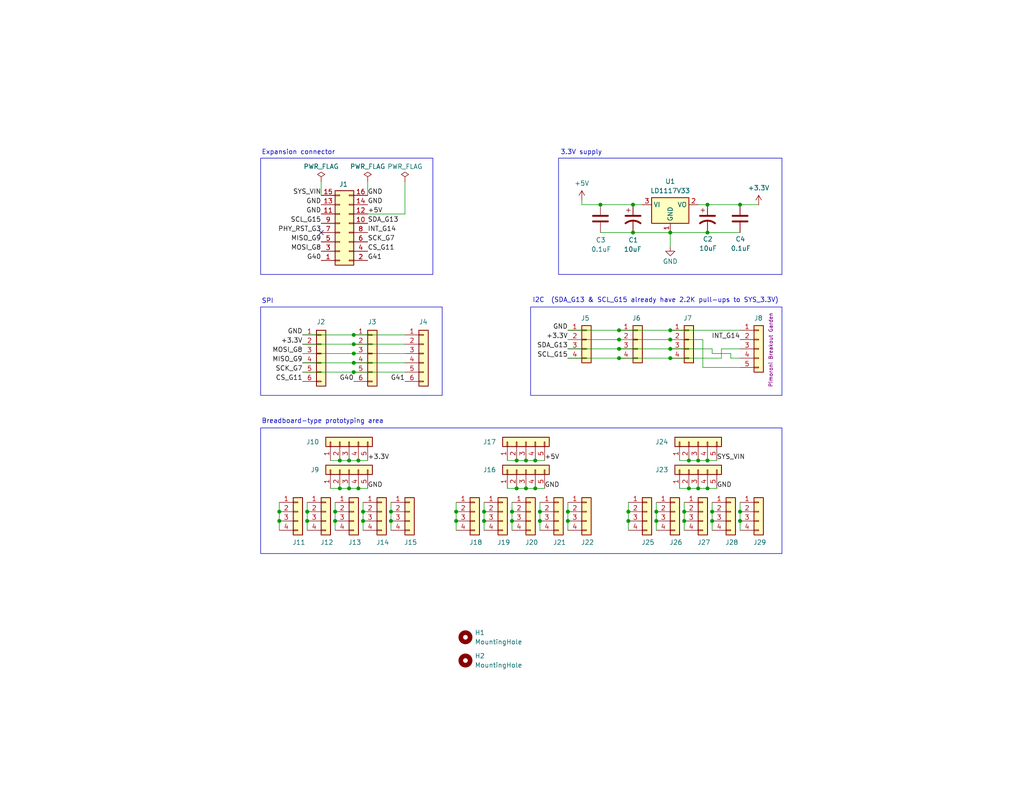
<source format=kicad_sch>
(kicad_sch (version 20250114) (generator "eeschema") (generator_version "9.0")
  (paper "USLetter")
  (title_block (title "${project_name}") (date "2025-08-30") (rev "1") (company "${company_name}"))
  (lib_symbols
    (symbol "Connector_Generic:Conn_01x04" (pin_names (offset 1.016) (hide yes))
      (property "Reference" "J" (at 0 5.08 0))
      (property "Value" "Conn_01x04" (at 0 -7.62 0))
      (symbol "Conn_01x04_1_1"
        (rectangle (start -1.27 3.81) (end 1.27 -6.35) (stroke (width 0.254)) (fill (type background)))
        (rectangle (start -1.27 2.667) (end 0 2.413) (stroke (width 0.1524)))
        (rectangle (start -1.27 0.127) (end 0 -0.127) (stroke (width 0.1524)))
        (rectangle (start -1.27 -2.413) (end 0 -2.667) (stroke (width 0.1524)))
        (rectangle (start -1.27 -4.953) (end 0 -5.207) (stroke (width 0.1524)))
        (pin passive line (at -5.08 2.54 0) (length 3.81) (name "Pin_1") (number "1"))
        (pin passive line (at -5.08 0 0) (length 3.81) (name "Pin_2") (number "2"))
        (pin passive line (at -5.08 -2.54 0) (length 3.81) (name "Pin_3") (number "3"))
        (pin passive line (at -5.08 -5.08 0) (length 3.81) (name "Pin_4") (number "4"))
      )
    )
    (symbol "Connector_Generic:Conn_01x05" (pin_names (offset 1.016) (hide yes))
      (property "Reference" "J" (at 0 7.62 0))
      (property "Value" "Conn_01x05" (at 0 -7.62 0))
      (symbol "Conn_01x05_1_1"
        (rectangle (start -1.27 6.35) (end 1.27 -6.35) (stroke (width 0.254)) (fill (type background)))
        (rectangle (start -1.27 5.207) (end 0 4.953) (stroke (width 0.1524)))
        (rectangle (start -1.27 2.667) (end 0 2.413) (stroke (width 0.1524)))
        (rectangle (start -1.27 0.127) (end 0 -0.127) (stroke (width 0.1524)))
        (rectangle (start -1.27 -2.413) (end 0 -2.667) (stroke (width 0.1524)))
        (rectangle (start -1.27 -4.953) (end 0 -5.207) (stroke (width 0.1524)))
        (pin passive line (at -5.08 5.08 0) (length 3.81) (name "Pin_1") (number "1"))
        (pin passive line (at -5.08 2.54 0) (length 3.81) (name "Pin_2") (number "2"))
        (pin passive line (at -5.08 0 0) (length 3.81) (name "Pin_3") (number "3"))
        (pin passive line (at -5.08 -2.54 0) (length 3.81) (name "Pin_4") (number "4"))
        (pin passive line (at -5.08 -5.08 0) (length 3.81) (name "Pin_5") (number "5"))
      )
    )
    (symbol "Connector_Generic:Conn_01x06" (pin_names (offset 1.016) (hide yes))
      (property "Reference" "J" (at 0 7.62 0))
      (property "Value" "Conn_01x06" (at 0 -10.16 0))
      (symbol "Conn_01x06_1_1"
        (rectangle (start -1.27 6.35) (end 1.27 -8.89) (stroke (width 0.254)) (fill (type background)))
        (rectangle (start -1.27 5.207) (end 0 4.953) (stroke (width 0.1524)))
        (rectangle (start -1.27 2.667) (end 0 2.413) (stroke (width 0.1524)))
        (rectangle (start -1.27 0.127) (end 0 -0.127) (stroke (width 0.1524)))
        (rectangle (start -1.27 -2.413) (end 0 -2.667) (stroke (width 0.1524)))
        (rectangle (start -1.27 -4.953) (end 0 -5.207) (stroke (width 0.1524)))
        (rectangle (start -1.27 -7.493) (end 0 -7.747) (stroke (width 0.1524)))
        (pin passive line (at -5.08 5.08 0) (length 3.81) (name "Pin_1") (number "1"))
        (pin passive line (at -5.08 2.54 0) (length 3.81) (name "Pin_2") (number "2"))
        (pin passive line (at -5.08 0 0) (length 3.81) (name "Pin_3") (number "3"))
        (pin passive line (at -5.08 -2.54 0) (length 3.81) (name "Pin_4") (number "4"))
        (pin passive line (at -5.08 -5.08 0) (length 3.81) (name "Pin_5") (number "5"))
        (pin passive line (at -5.08 -7.62 0) (length 3.81) (name "Pin_6") (number "6"))
      )
    )
    (symbol "Connector_Generic:Conn_02x08_Odd_Even" (pin_names (offset 1.016) (hide yes))
      (property "Reference" "J" (at 1.27 10.16 0))
      (property "Value" "Conn_02x08_Odd_Even" (at 1.27 -12.7 0))
      (symbol "Conn_02x08_Odd_Even_1_1"
        (rectangle (start -1.27 8.89) (end 3.81 -11.43) (stroke (width 0.254)) (fill (type background)))
        (rectangle (start -1.27 7.747) (end 0 7.493) (stroke (width 0.1524)))
        (rectangle (start -1.27 5.207) (end 0 4.953) (stroke (width 0.1524)))
        (rectangle (start -1.27 2.667) (end 0 2.413) (stroke (width 0.1524)))
        (rectangle (start -1.27 0.127) (end 0 -0.127) (stroke (width 0.1524)))
        (rectangle (start -1.27 -2.413) (end 0 -2.667) (stroke (width 0.1524)))
        (rectangle (start -1.27 -4.953) (end 0 -5.207) (stroke (width 0.1524)))
        (rectangle (start -1.27 -7.493) (end 0 -7.747) (stroke (width 0.1524)))
        (rectangle (start -1.27 -10.033) (end 0 -10.287) (stroke (width 0.1524)))
        (rectangle (start 3.81 7.747) (end 2.54 7.493) (stroke (width 0.1524)))
        (rectangle (start 3.81 5.207) (end 2.54 4.953) (stroke (width 0.1524)))
        (rectangle (start 3.81 2.667) (end 2.54 2.413) (stroke (width 0.1524)))
        (rectangle (start 3.81 0.127) (end 2.54 -0.127) (stroke (width 0.1524)))
        (rectangle (start 3.81 -2.413) (end 2.54 -2.667) (stroke (width 0.1524)))
        (rectangle (start 3.81 -4.953) (end 2.54 -5.207) (stroke (width 0.1524)))
        (rectangle (start 3.81 -7.493) (end 2.54 -7.747) (stroke (width 0.1524)))
        (rectangle (start 3.81 -10.033) (end 2.54 -10.287) (stroke (width 0.1524)))
        (pin passive line (at -5.08 7.62 0) (length 3.81) (name "Pin_1") (number "1"))
        (pin passive line (at -5.08 5.08 0) (length 3.81) (name "Pin_3") (number "3"))
        (pin passive line (at -5.08 2.54 0) (length 3.81) (name "Pin_5") (number "5"))
        (pin passive line (at -5.08 0 0) (length 3.81) (name "Pin_7") (number "7"))
        (pin passive line (at -5.08 -2.54 0) (length 3.81) (name "Pin_9") (number "9"))
        (pin passive line (at -5.08 -5.08 0) (length 3.81) (name "Pin_11") (number "11"))
        (pin passive line (at -5.08 -7.62 0) (length 3.81) (name "Pin_13") (number "13"))
        (pin passive line (at -5.08 -10.16 0) (length 3.81) (name "Pin_15") (number "15"))
        (pin passive line (at 7.62 7.62 180) (length 3.81) (name "Pin_2") (number "2"))
        (pin passive line (at 7.62 5.08 180) (length 3.81) (name "Pin_4") (number "4"))
        (pin passive line (at 7.62 2.54 180) (length 3.81) (name "Pin_6") (number "6"))
        (pin passive line (at 7.62 0 180) (length 3.81) (name "Pin_8") (number "8"))
        (pin passive line (at 7.62 -2.54 180) (length 3.81) (name "Pin_10") (number "10"))
        (pin passive line (at 7.62 -5.08 180) (length 3.81) (name "Pin_12") (number "12"))
        (pin passive line (at 7.62 -7.62 180) (length 3.81) (name "Pin_14") (number "14"))
        (pin passive line (at 7.62 -10.16 180) (length 3.81) (name "Pin_16") (number "16"))
      )
    )
    (symbol "Device:C" (pin_numbers (hide yes)) (pin_names (offset 0.254))
      (property "Reference" "C" (at 0.635 2.54 0))
      (property "Value" "C" (at 0.635 -2.54 0))
      (symbol "C_0_1"
        (polyline (pts (xy -2.032 0.762) (xy 2.032 0.762)) (stroke (width 0.508)))
        (polyline (pts (xy -2.032 -0.762) (xy 2.032 -0.762)) (stroke (width 0.508)))
      )
      (symbol "C_1_1"
        (pin passive line (at 0 3.81 270) (length 2.794) (name "~") (number "1"))
        (pin passive line (at 0 -3.81 90) (length 2.794) (name "~") (number "2"))
      )
    )
    (symbol "Device:C_Polarized_US" (pin_numbers (hide yes)) (pin_names (offset 0.254) (hide yes))
      (property "Reference" "C" (at 0.635 2.54 0))
      (property "Value" "C_Polarized_US" (at 0.635 -2.54 0))
      (symbol "C_Polarized_US_0_1"
        (polyline (pts (xy -2.032 0.762) (xy 2.032 0.762)) (stroke (width 0.508)))
        (polyline (pts (xy -1.778 2.286) (xy -0.762 2.286)))
        (polyline (pts (xy -1.27 1.778) (xy -1.27 2.794)))
        (arc (start -2.032 -1.27) (mid 0 -0.5572) (end 2.032 -1.27) (stroke (width 0.508)))
      )
      (symbol "C_Polarized_US_1_1"
        (pin passive line (at 0 3.81 270) (length 2.794) (name "~") (number "1"))
        (pin passive line (at 0 -3.81 90) (length 3.302) (name "~") (number "2"))
      )
    )
    (symbol "Mechanical:MountingHole" (pin_names (offset 1.016)) (in_bom no)
      (property "Reference" "H" (at 0 5.08 0))
      (property "Value" "MountingHole" (at 0 3.175 0))
      (symbol "MountingHole_0_1"
        (circle (center 0 0) (radius 1.27) (stroke (width 1.27)))
      )
    )
    (symbol "Regulator_Linear:LD1117V33"
      (property "Reference" "U" (at -3.81 3.175 0))
      (property "Value" "LD1117V33" (at 0 3.175 0))
      (symbol "LD1117V33_0_1"
        (rectangle (start -5.08 -5.08) (end 5.08 1.905) (stroke (width 0.254)) (fill (type background)))
      )
      (symbol "LD1117V33_1_1"
        (pin power_in line (at -7.62 0 0) (length 2.54) (name "VI") (number "3"))
        (pin power_in line (at 0 -7.62 90) (length 2.54) (name "GND") (number "1"))
        (pin power_out line (at 7.62 0 180) (length 2.54) (name "VO") (number "2"))
      )
    )
    (symbol "power:+3.3V" (power) (pin_numbers (hide yes)) (pin_names (offset 0) (hide yes))
      (property "Value" "+3.3V" (at 0 3.556 0))
      (symbol "+3.3V_0_1"
        (polyline (pts (xy -0.762 1.27) (xy 0 2.54)))
        (polyline (pts (xy 0 2.54) (xy 0.762 1.27)))
        (polyline (pts (xy 0 0) (xy 0 2.54)))
      )
      (symbol "+3.3V_1_1"
        (pin power_in line (at 0 0 90) (length 0) (name "~") (number "1"))
      )
    )
    (symbol "power:+5V" (power) (pin_numbers (hide yes)) (pin_names (offset 0) (hide yes))
      (property "Value" "+5V" (at 0 3.556 0))
      (symbol "+5V_0_1"
        (polyline (pts (xy -0.762 1.27) (xy 0 2.54)))
        (polyline (pts (xy 0 2.54) (xy 0.762 1.27)))
        (polyline (pts (xy 0 0) (xy 0 2.54)))
      )
      (symbol "+5V_1_1"
        (pin power_in line (at 0 0 90) (length 0) (name "~") (number "1"))
      )
    )
    (symbol "power:GND" (power) (pin_numbers (hide yes)) (pin_names (offset 0) (hide yes))
      (property "Value" "GND" (at 0 -3.81 0))
      (symbol "GND_0_1"
        (polyline (pts (xy 0 0) (xy 0 -1.27) (xy 1.27 -1.27) (xy 0 -2.54) (xy -1.27 -1.27) (xy 0 -1.27)))
      )
      (symbol "GND_1_1"
        (pin power_in line (at 0 0 270) (length 0) (name "~") (number "1"))
      )
    )
    (symbol "power:PWR_FLAG" (power) (pin_numbers (hide yes)) (pin_names (offset 0) (hide yes))
      (property "Value" "PWR_FLAG" (at 0 3.81 0))
      (symbol "PWR_FLAG_0_0"
        (pin power_out line (at 0 0 90) (length 0) (name "~") (number "1"))
      )
      (symbol "PWR_FLAG_0_1"
        (polyline (pts (xy 0 0) (xy 0 1.27) (xy -1.016 1.905) (xy 0 2.54) (xy 1.016 1.905) (xy 0 1.27)))
      )
    )
  )
  (rectangle (start 144.78 83.82) (end 213.36 107.95))
  (rectangle (start 71.12 43.18) (end 118.11 74.93))
  (rectangle (start 71.12 116.84) (end 213.36 151.13))
  (rectangle (start 152.4 43.18) (end 213.36 74.93))
  (rectangle (start 71.12 83.82) (end 120.65 107.95))
  (text "Breadboard-type prototyping area" (at 71.374 115.062 0) (effects (font (size 1.27 1.27)) (justify left)))
  (text "3.3V supply" (at 152.908 41.656 0) (effects (font (size 1.27 1.27)) (justify left)))
  (text "Expansion connector" (at 71.374 41.656 0) (effects (font (size 1.27 1.27)) (justify left)))
  (text "I2C  (SDA_G13 & SCL_G15 already have 2.2K pull-ups to SYS_3.3V)" (at 145.288 82.042 0) (effects (font (size 1.27 1.27)) (justify left)))
  (text "SPI" (at 71.374 82.296 0) (effects (font (size 1.27 1.27)) (justify left)))
  (junction (at 163.83 55.88))
  (junction (at 132.08 139.7))
  (junction (at 182.88 90.17))
  (junction (at 139.7 142.24))
  (junction (at 139.7 139.7))
  (junction (at 154.94 142.24))
  (junction (at 172.72 55.88))
  (junction (at 168.91 95.25))
  (junction (at 96.52 96.52))
  (junction (at 92.71 133.35))
  (junction (at 76.2 142.24))
  (junction (at 124.46 142.24))
  (junction (at 193.04 55.88))
  (junction (at 179.07 139.7))
  (junction (at 171.45 139.7))
  (junction (at 168.91 92.71))
  (junction (at 96.52 101.6))
  (junction (at 97.79 133.35))
  (junction (at 91.44 139.7))
  (junction (at 76.2 139.7))
  (junction (at 187.96 133.35))
  (junction (at 201.93 142.24))
  (junction (at 168.91 97.79))
  (junction (at 190.5 125.73))
  (junction (at 186.69 142.24))
  (junction (at 168.91 90.17))
  (junction (at 146.05 133.35))
  (junction (at 193.04 125.73))
  (junction (at 106.68 142.24))
  (junction (at 171.45 142.24))
  (junction (at 99.06 142.24))
  (junction (at 140.97 125.73))
  (junction (at 143.51 133.35))
  (junction (at 83.82 139.7))
  (junction (at 187.96 125.73))
  (junction (at 106.68 139.7))
  (junction (at 147.32 142.24))
  (junction (at 83.82 142.24))
  (junction (at 95.25 125.73))
  (junction (at 172.72 63.5))
  (junction (at 182.88 97.79))
  (junction (at 146.05 125.73))
  (junction (at 201.93 139.7))
  (junction (at 97.79 125.73))
  (junction (at 154.94 139.7))
  (junction (at 124.46 139.7))
  (junction (at 92.71 125.73))
  (junction (at 194.31 139.7))
  (junction (at 182.88 92.71))
  (junction (at 201.93 55.88))
  (junction (at 182.88 63.5))
  (junction (at 140.97 133.35))
  (junction (at 91.44 142.24))
  (junction (at 193.04 63.5))
  (junction (at 186.69 139.7))
  (junction (at 194.31 142.24))
  (junction (at 96.52 93.98))
  (junction (at 179.07 142.24))
  (junction (at 182.88 95.25))
  (junction (at 95.25 133.35))
  (junction (at 147.32 139.7))
  (junction (at 99.06 139.7))
  (junction (at 132.08 142.24))
  (junction (at 96.52 99.06))
  (junction (at 193.04 133.35))
  (junction (at 190.5 133.35))
  (junction (at 96.52 91.44))
  (junction (at 143.51 125.73))
  (no_connect (at 87.63 63.5))
  (wire (pts (xy 95.25 125.73) (xy 97.79 125.73)))
  (wire (pts (xy 201.93 97.79) (xy 199.39 97.79)))
  (wire (pts (xy 168.91 90.17) (xy 182.88 90.17)))
  (wire (pts (xy 92.71 133.35) (xy 95.25 133.35)))
  (wire (pts (xy 96.52 91.44) (xy 110.49 91.44)))
  (wire (pts (xy 82.55 91.44) (xy 96.52 91.44)))
  (wire (pts (xy 191.77 92.71) (xy 182.88 92.71)))
  (wire (pts (xy 99.06 139.7) (xy 99.06 142.24)))
  (wire (pts (xy 199.39 97.79) (xy 199.39 96.52)))
  (wire (pts (xy 154.94 95.25) (xy 168.91 95.25)))
  (wire (pts (xy 191.77 100.33) (xy 201.93 100.33)))
  (wire (pts (xy 171.45 137.16) (xy 171.45 139.7)))
  (wire (pts (xy 179.07 142.24) (xy 179.07 144.78)))
  (wire (pts (xy 91.44 142.24) (xy 91.44 144.78)))
  (wire (pts (xy 110.49 49.53) (xy 110.49 58.42)))
  (wire (pts (xy 124.46 142.24) (xy 124.46 144.78)))
  (wire (pts (xy 139.7 137.16) (xy 139.7 139.7)))
  (wire (pts (xy 92.71 125.73) (xy 95.25 125.73)))
  (wire (pts (xy 171.45 142.24) (xy 171.45 144.78)))
  (wire (pts (xy 90.17 133.35) (xy 92.71 133.35)))
  (wire (pts (xy 190.5 55.88) (xy 193.04 55.88)))
  (wire (pts (xy 82.55 96.52) (xy 96.52 96.52)))
  (wire (pts (xy 199.39 96.52) (xy 194.31 96.52)))
  (wire (pts (xy 171.45 139.7) (xy 171.45 142.24)))
  (wire (pts (xy 193.04 63.5) (xy 201.93 63.5)))
  (wire (pts (xy 76.2 139.7) (xy 76.2 142.24)))
  (wire (pts (xy 185.42 133.35) (xy 187.96 133.35)))
  (wire (pts (xy 201.93 95.25) (xy 196.85 95.25)))
  (wire (pts (xy 96.52 101.6) (xy 110.49 101.6)))
  (wire (pts (xy 96.52 99.06) (xy 110.49 99.06)))
  (wire (pts (xy 97.79 133.35) (xy 100.33 133.35)))
  (wire (pts (xy 147.32 137.16) (xy 147.32 139.7)))
  (wire (pts (xy 186.69 137.16) (xy 186.69 139.7)))
  (wire (pts (xy 106.68 137.16) (xy 106.68 139.7)))
  (wire (pts (xy 99.06 142.24) (xy 99.06 144.78)))
  (wire (pts (xy 193.04 133.35) (xy 195.58 133.35)))
  (wire (pts (xy 191.77 100.33) (xy 191.77 92.71)))
  (wire (pts (xy 97.79 125.73) (xy 100.33 125.73)))
  (wire (pts (xy 154.94 90.17) (xy 168.91 90.17)))
  (wire (pts (xy 182.88 63.5) (xy 193.04 63.5)))
  (wire (pts (xy 154.94 142.24) (xy 154.94 144.78)))
  (wire (pts (xy 139.7 142.24) (xy 139.7 144.78)))
  (wire (pts (xy 140.97 125.73) (xy 143.51 125.73)))
  (wire (pts (xy 124.46 139.7) (xy 124.46 142.24)))
  (wire (pts (xy 83.82 137.16) (xy 83.82 139.7)))
  (wire (pts (xy 193.04 55.88) (xy 201.93 55.88)))
  (wire (pts (xy 190.5 125.73) (xy 193.04 125.73)))
  (wire (pts (xy 82.55 99.06) (xy 96.52 99.06)))
  (wire (pts (xy 179.07 137.16) (xy 179.07 139.7)))
  (wire (pts (xy 96.52 96.52) (xy 110.49 96.52)))
  (wire (pts (xy 140.97 133.35) (xy 143.51 133.35)))
  (wire (pts (xy 83.82 142.24) (xy 83.82 144.78)))
  (wire (pts (xy 182.88 67.31) (xy 182.88 63.5)))
  (wire (pts (xy 179.07 139.7) (xy 179.07 142.24)))
  (wire (pts (xy 146.05 125.73) (xy 148.59 125.73)))
  (wire (pts (xy 154.94 97.79) (xy 168.91 97.79)))
  (wire (pts (xy 187.96 133.35) (xy 190.5 133.35)))
  (wire (pts (xy 182.88 95.25) (xy 194.31 95.25)))
  (wire (pts (xy 154.94 137.16) (xy 154.94 139.7)))
  (wire (pts (xy 82.55 93.98) (xy 96.52 93.98)))
  (wire (pts (xy 132.08 139.7) (xy 132.08 142.24)))
  (wire (pts (xy 196.85 97.79) (xy 182.88 97.79)))
  (wire (pts (xy 154.94 92.71) (xy 168.91 92.71)))
  (wire (pts (xy 194.31 137.16) (xy 194.31 139.7)))
  (wire (pts (xy 95.25 133.35) (xy 97.79 133.35)))
  (wire (pts (xy 172.72 63.5) (xy 182.88 63.5)))
  (wire (pts (xy 190.5 133.35) (xy 193.04 133.35)))
  (wire (pts (xy 158.75 54.61) (xy 158.75 55.88)))
  (wire (pts (xy 106.68 142.24) (xy 106.68 144.78)))
  (wire (pts (xy 201.93 55.88) (xy 207.01 55.88)))
  (wire (pts (xy 168.91 97.79) (xy 182.88 97.79)))
  (wire (pts (xy 143.51 133.35) (xy 146.05 133.35)))
  (wire (pts (xy 196.85 95.25) (xy 196.85 97.79)))
  (wire (pts (xy 87.63 49.53) (xy 87.63 53.34)))
  (wire (pts (xy 147.32 139.7) (xy 147.32 142.24)))
  (wire (pts (xy 201.93 137.16) (xy 201.93 139.7)))
  (wire (pts (xy 186.69 142.24) (xy 186.69 144.78)))
  (wire (pts (xy 138.43 125.73) (xy 140.97 125.73)))
  (wire (pts (xy 194.31 96.52) (xy 194.31 95.25)))
  (wire (pts (xy 201.93 139.7) (xy 201.93 142.24)))
  (wire (pts (xy 100.33 58.42) (xy 110.49 58.42)))
  (wire (pts (xy 82.55 101.6) (xy 96.52 101.6)))
  (wire (pts (xy 194.31 139.7) (xy 194.31 142.24)))
  (wire (pts (xy 186.69 139.7) (xy 186.69 142.24)))
  (wire (pts (xy 158.75 55.88) (xy 163.83 55.88)))
  (wire (pts (xy 76.2 137.16) (xy 76.2 139.7)))
  (wire (pts (xy 172.72 55.88) (xy 175.26 55.88)))
  (wire (pts (xy 132.08 137.16) (xy 132.08 139.7)))
  (wire (pts (xy 201.93 142.24) (xy 201.93 144.78)))
  (wire (pts (xy 146.05 133.35) (xy 148.59 133.35)))
  (wire (pts (xy 132.08 142.24) (xy 132.08 144.78)))
  (wire (pts (xy 194.31 142.24) (xy 194.31 144.78)))
  (wire (pts (xy 163.83 63.5) (xy 172.72 63.5)))
  (wire (pts (xy 106.68 139.7) (xy 106.68 142.24)))
  (wire (pts (xy 154.94 139.7) (xy 154.94 142.24)))
  (wire (pts (xy 168.91 92.71) (xy 182.88 92.71)))
  (wire (pts (xy 124.46 137.16) (xy 124.46 139.7)))
  (wire (pts (xy 76.2 142.24) (xy 76.2 144.78)))
  (wire (pts (xy 168.91 95.25) (xy 182.88 95.25)))
  (wire (pts (xy 143.51 125.73) (xy 146.05 125.73)))
  (wire (pts (xy 182.88 90.17) (xy 201.93 90.17)))
  (wire (pts (xy 96.52 93.98) (xy 110.49 93.98)))
  (wire (pts (xy 185.42 125.73) (xy 187.96 125.73)))
  (wire (pts (xy 91.44 137.16) (xy 91.44 139.7)))
  (wire (pts (xy 99.06 137.16) (xy 99.06 139.7)))
  (wire (pts (xy 187.96 125.73) (xy 190.5 125.73)))
  (wire (pts (xy 90.17 125.73) (xy 92.71 125.73)))
  (wire (pts (xy 91.44 139.7) (xy 91.44 142.24)))
  (wire (pts (xy 193.04 125.73) (xy 195.58 125.73)))
  (wire (pts (xy 100.33 49.53) (xy 100.33 53.34)))
  (wire (pts (xy 138.43 133.35) (xy 140.97 133.35)))
  (wire (pts (xy 163.83 55.88) (xy 172.72 55.88)))
  (wire (pts (xy 139.7 139.7) (xy 139.7 142.24)))
  (wire (pts (xy 147.32 142.24) (xy 147.32 144.78)))
  (wire (pts (xy 83.82 139.7) (xy 83.82 142.24)))
  (label "+3.3V" (at 82.55 93.98 180))
  (label "SYS_VIN" (at 195.58 125.73 0))
  (label "G41" (at 100.33 71.12 0))
  (label "GND" (at 100.33 53.34 0))
  (label "GND" (at 87.63 58.42 180))
  (label "SYS_VIN" (at 87.63 53.34 180))
  (label "G41" (at 110.49 104.14 180))
  (label "GND" (at 100.33 133.35 0))
  (label "MOSI_G8" (at 82.55 96.52 180))
  (label "G40" (at 96.52 104.14 180))
  (label "PHY_RST_G3" (at 87.63 63.5 180))
  (label "SCL_G15" (at 154.94 97.79 180))
  (label "GND" (at 87.63 55.88 180))
  (label "+5V" (at 100.33 58.42 0))
  (label "GND" (at 154.94 90.17 180))
  (label "GND" (at 82.55 91.44 180))
  (label "GND" (at 148.59 133.35 0))
  (label "GND" (at 100.33 55.88 0))
  (label "+5V" (at 148.59 125.73 0))
  (label "SCL_G15" (at 87.63 60.96 180))
  (label "CS_G11" (at 82.55 104.14 180))
  (label "MISO_G9" (at 87.63 66.04 180))
  (label "INT_G14" (at 100.33 63.5 0))
  (label "+3.3V" (at 100.33 125.73 0))
  (label "SDA_G13" (at 100.33 60.96 0))
  (label "SDA_G13" (at 154.94 95.25 180))
  (label "SCK_G7" (at 100.33 66.04 0))
  (label "INT_G14" (at 201.93 92.71 180))
  (label "SCK_G7" (at 82.55 101.6 180))
  (label "G40" (at 87.63 71.12 180))
  (label "MISO_G9" (at 82.55 99.06 180))
  (label "GND" (at 195.58 133.35 0))
  (label "+3.3V" (at 154.94 92.71 180))
  (label "MOSI_G8" (at 87.63 68.58 180))
  (label "CS_G11" (at 100.33 68.58 0))
  (symbol (lib_id "Connector_Generic:Conn_01x04") (at 144.78 139.7 0) (unit 1)
    (property "Reference" "J20" (at 143.256 148.082 0) (effects (justify left)))
    (property "Value" "Conn_01x04" (effects (hide yes)))
    (property "Footprint" "project_footprints:PinSocket_1x04_P2.54mm_Vertical_for_breadboard" (effects (hide yes)))
    (property "Description" "Generic connector, single row, 01x04, script generated (kicad-library-utils/schlib/autogen/connector/)" (effects (hide yes)))
  )
  (symbol (lib_id "Connector_Generic:Conn_01x05") (at 143.51 120.65 90) (unit 1)
    (property "Reference" "J17" (at 135.382 120.65 90) (effects (justify left)))
    (property "Value" "Conn_01x05" (effects (hide yes)))
    (property "Footprint" "project_footprints:PinSocket_1x05_P2.54mm_Vertical_for_breadboard" (effects (hide yes)))
  )
  (symbol (lib_id "Connector_Generic:Conn_01x04") (at 184.15 139.7 0) (unit 1)
    (property "Reference" "J26" (at 182.626 148.082 0) (effects (justify left)))
    (property "Value" "Conn_01x04" (effects (hide yes)))
    (property "Footprint" "project_footprints:PinSocket_1x04_P2.54mm_Vertical_for_breadboard" (effects (hide yes)))
    (property "Description" "Generic connector, single row, 01x04, script generated (kicad-library-utils/schlib/autogen/connector/)" (effects (hide yes)))
  )
  (symbol (lib_id "Connector_Generic:Conn_01x06") (at 115.57 96.52 0) (unit 1)
    (property "Reference" "J4" (at 114.3 87.884 0) (effects (justify left)))
    (property "Value" "Conn_01x06" (effects (hide yes)))
    (property "Footprint" "Connector_PinSocket_2.54mm:PinSocket_1x06_P2.54mm_Vertical" (effects (hide yes)))
    (property "Description" "Generic connector, single row, 01x06, script generated (kicad-library-utils/schlib/autogen/connector/)" (effects (hide yes)))
  )
  (symbol (lib_id "power:GND") (at 182.88 67.31 0) (unit 1)
    (property "Reference" "#PWR01" (effects (hide yes)))
    (property "Value" "GND" (at 182.88 71.374 0))
    (property "Description" "Power symbol creates a global label with name \"GND\" , ground" (effects (hide yes)))
  )
  (symbol (lib_id "Device:C") (at 201.93 59.69 0) (unit 1)
    (property "Reference" "C4" (at 200.66 65.278 0) (effects (justify left)))
    (property "Value" "0.1uF" (at 199.39 67.818 0) (effects (justify left)))
    (property "Footprint" "Capacitor_THT:C_Disc_D5.0mm_W2.5mm_P5.00mm" (effects (hide yes)))
    (property "Description" "Unpolarized capacitor" (effects (hide yes)))
  )
  (symbol (lib_id "Connector_Generic:Conn_01x04") (at 160.02 139.7 0) (unit 1)
    (property "Reference" "J22" (at 158.496 148.082 0) (effects (justify left)))
    (property "Value" "Conn_01x04" (effects (hide yes)))
    (property "Footprint" "project_footprints:PinSocket_1x04_P2.54mm_Vertical_for_breadboard" (effects (hide yes)))
    (property "Description" "Generic connector, single row, 01x04, script generated (kicad-library-utils/schlib/autogen/connector/)" (effects (hide yes)))
  )
  (symbol (lib_id "power:PWR_FLAG") (at 110.49 49.53 0) (unit 1)
    (property "Reference" "#FLG02" (effects (hide yes)))
    (property "Value" "PWR_FLAG" (at 110.49 45.466 0))
    (property "Description" "Special symbol for telling ERC where power comes from" (effects (hide yes)))
  )
  (symbol (lib_id "Connector_Generic:Conn_01x05") (at 95.25 120.65 90) (unit 1)
    (property "Reference" "J10" (at 87.122 120.65 90) (effects (justify left)))
    (property "Value" "Conn_01x05" (effects (hide yes)))
    (property "Footprint" "project_footprints:PinSocket_1x05_P2.54mm_Vertical_for_breadboard" (effects (hide yes)))
  )
  (symbol (lib_id "Connector_Generic:Conn_01x04") (at 96.52 139.7 0) (unit 1)
    (property "Reference" "J13" (at 94.996 148.082 0) (effects (justify left)))
    (property "Value" "Conn_01x04" (effects (hide yes)))
    (property "Footprint" "project_footprints:PinSocket_1x04_P2.54mm_Vertical_for_breadboard" (effects (hide yes)))
    (property "Description" "Generic connector, single row, 01x04, script generated (kicad-library-utils/schlib/autogen/connector/)" (effects (hide yes)))
  )
  (symbol (lib_id "Connector_Generic:Conn_01x05") (at 190.5 120.65 90) (unit 1)
    (property "Reference" "J24" (at 182.372 120.65 90) (effects (justify left)))
    (property "Value" "Conn_01x05" (effects (hide yes)))
    (property "Footprint" "project_footprints:PinSocket_1x05_P2.54mm_Vertical_for_breadboard" (effects (hide yes)))
  )
  (symbol (lib_id "Connector_Generic:Conn_01x04") (at 137.16 139.7 0) (unit 1)
    (property "Reference" "J19" (at 135.636 148.082 0) (effects (justify left)))
    (property "Value" "Conn_01x04" (effects (hide yes)))
    (property "Footprint" "project_footprints:PinSocket_1x04_P2.54mm_Vertical_for_breadboard" (effects (hide yes)))
    (property "Description" "Generic connector, single row, 01x04, script generated (kicad-library-utils/schlib/autogen/connector/)" (effects (hide yes)))
  )
  (symbol (lib_id "Device:C_Polarized_US") (at 193.04 59.69 0) (unit 1)
    (property "Reference" "C2" (at 191.77 65.278 0) (effects (justify left)))
    (property "Value" "10uF" (at 190.754 67.818 0) (effects (justify left)))
    (property "Footprint" "Capacitor_THT:CP_Radial_D6.3mm_P2.50mm" (effects (hide yes)))
    (property "Description" "Polarized capacitor, US symbol" (effects (hide yes)))
  )
  (symbol (lib_id "Connector_Generic:Conn_01x06") (at 87.63 96.52 0) (unit 1)
    (property "Reference" "J2" (at 86.36 87.884 0) (effects (justify left)))
    (property "Value" "Conn_01x06" (effects (hide yes)))
    (property "Footprint" "Connector_PinSocket_2.54mm:PinSocket_1x06_P2.54mm_Vertical" (effects (hide yes)))
    (property "Description" "Generic connector, single row, 01x06, script generated (kicad-library-utils/schlib/autogen/connector/)" (effects (hide yes)))
  )
  (symbol (lib_id "Connector_Generic:Conn_01x04") (at 160.02 92.71 0) (unit 1)
    (property "Reference" "J5" (at 158.496 86.868 0) (effects (justify left)))
    (property "Value" "Conn_01x04" (effects (hide yes)))
    (property "Footprint" "Connector_PinSocket_2.54mm:PinSocket_1x04_P2.54mm_Vertical" (effects (hide yes)))
    (property "Description" "Generic connector, single row, 01x04, script generated (kicad-library-utils/schlib/autogen/connector/)" (effects (hide yes)))
  )
  (symbol (lib_id "power:PWR_FLAG") (at 87.63 49.53 0) (unit 1)
    (property "Reference" "#FLG01" (effects (hide yes)))
    (property "Value" "PWR_FLAG" (at 87.63 45.466 0))
    (property "Description" "Special symbol for telling ERC where power comes from" (effects (hide yes)))
  )
  (symbol (lib_id "Connector_Generic:Conn_01x04") (at 187.96 92.71 0) (unit 1)
    (property "Reference" "J7" (at 186.436 86.868 0) (effects (justify left)))
    (property "Value" "Conn_01x04" (effects (hide yes)))
    (property "Footprint" "Connector_PinSocket_2.54mm:PinSocket_1x04_P2.54mm_Vertical" (effects (hide yes)))
    (property "Description" "Generic connector, single row, 01x04, script generated (kicad-library-utils/schlib/autogen/connector/)" (effects (hide yes)))
  )
  (symbol (lib_id "Connector_Generic:Conn_01x04") (at 199.39 139.7 0) (unit 1)
    (property "Reference" "J28" (at 197.866 148.082 0) (effects (justify left)))
    (property "Value" "Conn_01x04" (effects (hide yes)))
    (property "Footprint" "project_footprints:PinSocket_1x04_P2.54mm_Vertical_for_breadboard" (effects (hide yes)))
    (property "Description" "Generic connector, single row, 01x04, script generated (kicad-library-utils/schlib/autogen/connector/)" (effects (hide yes)))
  )
  (symbol (lib_id "power:PWR_FLAG") (at 100.33 49.53 0) (unit 1)
    (property "Reference" "#FLG03" (effects (hide yes)))
    (property "Value" "PWR_FLAG" (at 100.33 45.466 0))
    (property "Description" "Special symbol for telling ERC where power comes from" (effects (hide yes)))
  )
  (symbol (lib_id "Connector_Generic:Conn_01x04") (at 104.14 139.7 0) (unit 1)
    (property "Reference" "J14" (at 102.616 148.082 0) (effects (justify left)))
    (property "Value" "Conn_01x04" (effects (hide yes)))
    (property "Footprint" "project_footprints:PinSocket_1x04_P2.54mm_Vertical_for_breadboard" (effects (hide yes)))
    (property "Description" "Generic connector, single row, 01x04, script generated (kicad-library-utils/schlib/autogen/connector/)" (effects (hide yes)))
  )
  (symbol (lib_id "Connector_Generic:Conn_01x05") (at 190.5 128.27 90) (unit 1)
    (property "Reference" "J23" (at 182.372 128.27 90) (effects (justify left)))
    (property "Value" "Conn_01x05" (effects (hide yes)))
    (property "Footprint" "project_footprints:PinSocket_1x05_P2.54mm_Vertical_for_breadboard" (effects (hide yes)))
  )
  (symbol (lib_id "Connector_Generic:Conn_01x05") (at 207.01 95.25 0) (unit 1)
    (property "Reference" "J8" (at 205.74 86.868 0) (effects (justify left)))
    (property "Value" "Conn_01x05" (effects (hide yes)))
    (property "Footprint" "Connector_PinSocket_2.54mm:PinSocket_1x05_P2.54mm_Vertical" (effects (hide yes)))
    (property "Purpose" "Pimoroni Breakout Garden" (at 210.312 95.504 90) (effects (font (size 1.016 1.016))))
  )
  (symbol (lib_id "Connector_Generic:Conn_01x04") (at 81.28 139.7 0) (unit 1)
    (property "Reference" "J11" (at 79.756 148.082 0) (effects (justify left)))
    (property "Value" "Conn_01x04" (effects (hide yes)))
    (property "Footprint" "project_footprints:PinSocket_1x04_P2.54mm_Vertical_for_breadboard" (effects (hide yes)))
    (property "Description" "Generic connector, single row, 01x04, script generated (kicad-library-utils/schlib/autogen/connector/)" (effects (hide yes)))
  )
  (symbol (lib_id "Connector_Generic:Conn_01x04") (at 88.9 139.7 0) (unit 1)
    (property "Reference" "J12" (at 87.376 148.082 0) (effects (justify left)))
    (property "Value" "Conn_01x04" (effects (hide yes)))
    (property "Footprint" "project_footprints:PinSocket_1x04_P2.54mm_Vertical_for_breadboard" (effects (hide yes)))
    (property "Description" "Generic connector, single row, 01x04, script generated (kicad-library-utils/schlib/autogen/connector/)" (effects (hide yes)))
  )
  (symbol (lib_id "Connector_Generic:Conn_02x08_Odd_Even") (at 92.71 63.5 0) (mirror x) (unit 1)
    (property "Reference" "J1" (at 93.726 50.292 0))
    (property "Value" "Conn_02x08_Odd_Even" (effects (hide yes)))
    (property "Footprint" "Connector_PinHeader_2.54mm:PinHeader_2x08_P2.54mm_Horizontal" (effects (hide yes)))
    (property "Description" "Generic connector, double row, 02x08, odd/even pin numbering scheme (row 1 odd numbers, row 2 even numbers), script generated (kicad-library-utils/schlib/autogen/connector/)" (effects (hide yes)))
  )
  (symbol (lib_id "power:+3.3V") (at 207.01 55.88 0) (unit 1)
    (property "Reference" "#PWR03" (effects (hide yes)))
    (property "Value" "+3.3V" (at 207.01 51.308 0))
    (property "Description" "Power symbol creates a global label with name \"+3.3V\"" (effects (hide yes)))
  )
  (symbol (lib_id "Connector_Generic:Conn_01x04") (at 152.4 139.7 0) (unit 1)
    (property "Reference" "J21" (at 150.876 148.082 0) (effects (justify left)))
    (property "Value" "Conn_01x04" (effects (hide yes)))
    (property "Footprint" "project_footprints:PinSocket_1x04_P2.54mm_Vertical_for_breadboard" (effects (hide yes)))
    (property "Description" "Generic connector, single row, 01x04, script generated (kicad-library-utils/schlib/autogen/connector/)" (effects (hide yes)))
  )
  (symbol (lib_id "Connector_Generic:Conn_01x05") (at 95.25 128.27 90) (unit 1)
    (property "Reference" "J9" (at 87.122 128.27 90) (effects (justify left)))
    (property "Value" "Conn_01x05" (effects (hide yes)))
    (property "Footprint" "project_footprints:PinSocket_1x05_P2.54mm_Vertical_for_breadboard" (effects (hide yes)))
  )
  (symbol (lib_id "Connector_Generic:Conn_01x04") (at 173.99 92.71 0) (unit 1)
    (property "Reference" "J6" (at 172.466 86.868 0) (effects (justify left)))
    (property "Value" "Conn_01x04" (effects (hide yes)))
    (property "Footprint" "Connector_PinSocket_2.54mm:PinSocket_1x04_P2.54mm_Vertical" (effects (hide yes)))
    (property "Description" "Generic connector, single row, 01x04, script generated (kicad-library-utils/schlib/autogen/connector/)" (effects (hide yes)))
  )
  (symbol (lib_id "Mechanical:MountingHole") (at 127 173.99 0) (unit 1) (in_bom no)
    (property "Reference" "H1" (at 129.54 172.7199 0) (effects (justify left)))
    (property "Value" "MountingHole" (at 129.54 175.2599 0) (effects (justify left)))
    (property "Footprint" "MountingHole:MountingHole_2mm" (effects (hide yes)))
    (property "Description" "Mounting Hole without connection" (effects (hide yes)))
  )
  (symbol (lib_id "Mechanical:MountingHole") (at 127 180.34 0) (unit 1) (in_bom no)
    (property "Reference" "H2" (at 129.54 179.0699 0) (effects (justify left)))
    (property "Value" "MountingHole" (at 129.54 181.6099 0) (effects (justify left)))
    (property "Footprint" "MountingHole:MountingHole_2mm" (effects (hide yes)))
    (property "Description" "Mounting Hole without connection" (effects (hide yes)))
  )
  (symbol (lib_id "Connector_Generic:Conn_01x04") (at 111.76 139.7 0) (unit 1)
    (property "Reference" "J15" (at 110.236 148.082 0) (effects (justify left)))
    (property "Value" "Conn_01x04" (effects (hide yes)))
    (property "Footprint" "project_footprints:PinSocket_1x04_P2.54mm_Vertical_for_breadboard" (effects (hide yes)))
    (property "Description" "Generic connector, single row, 01x04, script generated (kicad-library-utils/schlib/autogen/connector/)" (effects (hide yes)))
  )
  (symbol (lib_id "Device:C") (at 163.83 59.69 0) (unit 1)
    (property "Reference" "C3" (at 162.56 65.532 0) (effects (justify left)))
    (property "Value" "0.1uF" (at 161.29 68.072 0) (effects (justify left)))
    (property "Footprint" "Capacitor_THT:C_Disc_D5.0mm_W2.5mm_P5.00mm" (effects (hide yes)))
    (property "Description" "Unpolarized capacitor" (effects (hide yes)))
  )
  (symbol (lib_id "Connector_Generic:Conn_01x04") (at 207.01 139.7 0) (unit 1)
    (property "Reference" "J29" (at 205.486 148.082 0) (effects (justify left)))
    (property "Value" "Conn_01x04" (effects (hide yes)))
    (property "Footprint" "project_footprints:PinSocket_1x04_P2.54mm_Vertical_for_breadboard" (effects (hide yes)))
    (property "Description" "Generic connector, single row, 01x04, script generated (kicad-library-utils/schlib/autogen/connector/)" (effects (hide yes)))
  )
  (symbol (lib_id "Connector_Generic:Conn_01x04") (at 176.53 139.7 0) (unit 1)
    (property "Reference" "J25" (at 175.006 148.082 0) (effects (justify left)))
    (property "Value" "Conn_01x04" (effects (hide yes)))
    (property "Footprint" "project_footprints:PinSocket_1x04_P2.54mm_Vertical_for_breadboard" (effects (hide yes)))
    (property "Description" "Generic connector, single row, 01x04, script generated (kicad-library-utils/schlib/autogen/connector/)" (effects (hide yes)))
  )
  (symbol (lib_id "Regulator_Linear:LD1117V33") (at 182.88 55.88 0) (unit 1)
    (property "Reference" "U1" (at 182.88 49.53 0))
    (property "Value" "LD1117V33" (at 182.88 52.07 0))
    (property "Footprint" "Package_TO_SOT_THT:TO-220-3_Vertical" (effects (hide yes)))
    (property "Datasheet" "https://www.st.com/resource/en/datasheet/ld1117.pdf" (effects (hide yes)))
    (property "Description" "800 mA Fixed Low Drop Positive Voltage Regulator (ldo). Max input 15V. Fixed Output 3.3V. TO-220-3" (effects (hide yes)))
    (property "DigiKey" "https://www.digikey.com/en/products/detail/stmicroelectronics/LD1117V33C/586013" (effects (hide yes)))
  )
  (symbol (lib_id "Connector_Generic:Conn_01x04") (at 129.54 139.7 0) (unit 1)
    (property "Reference" "J18" (at 128.016 148.082 0) (effects (justify left)))
    (property "Value" "Conn_01x04" (effects (hide yes)))
    (property "Footprint" "project_footprints:PinSocket_1x04_P2.54mm_Vertical_for_breadboard" (effects (hide yes)))
    (property "Description" "Generic connector, single row, 01x04, script generated (kicad-library-utils/schlib/autogen/connector/)" (effects (hide yes)))
  )
  (symbol (lib_id "power:+5V") (at 158.75 54.61 0) (unit 1)
    (property "Reference" "#PWR02" (effects (hide yes)))
    (property "Value" "+5V" (at 158.75 50.038 0))
    (property "Description" "Power symbol creates a global label with name \"+5V\"" (effects (hide yes)))
  )
  (symbol (lib_id "Connector_Generic:Conn_01x05") (at 143.51 128.27 90) (unit 1)
    (property "Reference" "J16" (at 135.382 128.27 90) (effects (justify left)))
    (property "Value" "Conn_01x05" (effects (hide yes)))
    (property "Footprint" "project_footprints:PinSocket_1x05_P2.54mm_Vertical_for_breadboard" (effects (hide yes)))
  )
  (symbol (lib_id "Connector_Generic:Conn_01x06") (at 101.6 96.52 0) (unit 1)
    (property "Reference" "J3" (at 100.33 87.884 0) (effects (justify left)))
    (property "Value" "Conn_01x06" (effects (hide yes)))
    (property "Footprint" "Connector_PinSocket_2.54mm:PinSocket_1x06_P2.54mm_Vertical" (effects (hide yes)))
    (property "Description" "Generic connector, single row, 01x06, script generated (kicad-library-utils/schlib/autogen/connector/)" (effects (hide yes)))
  )
  (symbol (lib_id "Connector_Generic:Conn_01x04") (at 191.77 139.7 0) (unit 1)
    (property "Reference" "J27" (at 190.246 148.082 0) (effects (justify left)))
    (property "Value" "Conn_01x04" (effects (hide yes)))
    (property "Footprint" "project_footprints:PinSocket_1x04_P2.54mm_Vertical_for_breadboard" (effects (hide yes)))
    (property "Description" "Generic connector, single row, 01x04, script generated (kicad-library-utils/schlib/autogen/connector/)" (effects (hide yes)))
  )
  (symbol (lib_id "Device:C_Polarized_US") (at 172.72 59.69 0) (unit 1)
    (property "Reference" "C1" (at 171.45 65.532 0) (effects (justify left)))
    (property "Value" "10uF" (at 170.18 68.072 0) (effects (justify left)))
    (property "Footprint" "Capacitor_THT:CP_Radial_D6.3mm_P2.50mm" (effects (hide yes)))
    (property "Description" "Polarized capacitor, US symbol" (effects (hide yes)))
  )
)
</source>
